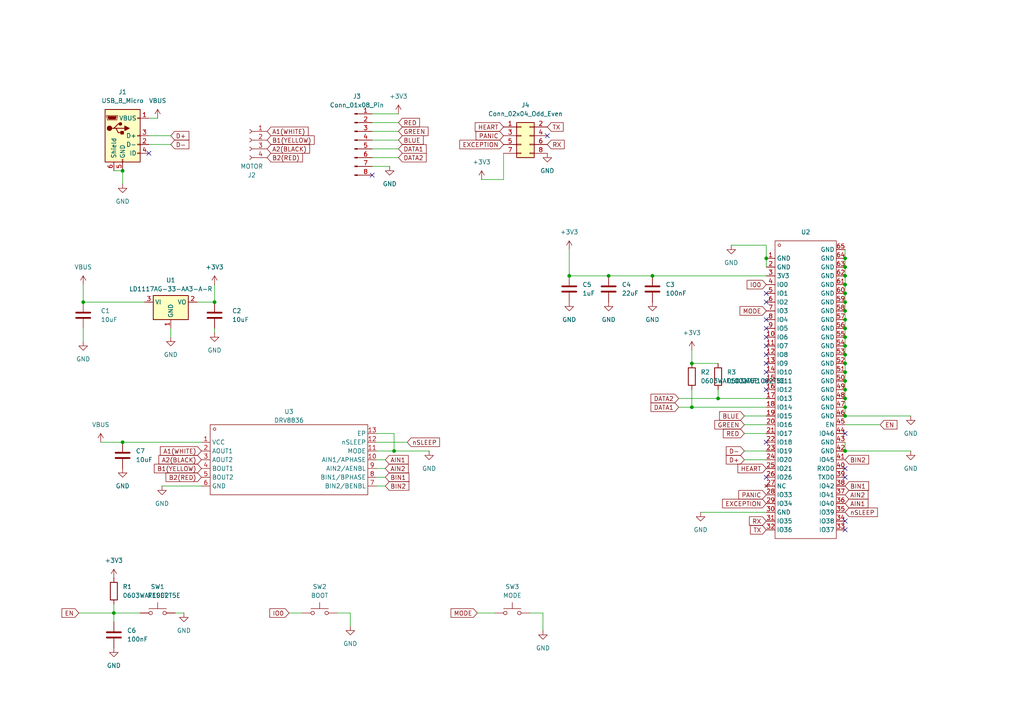
<source format=kicad_sch>
(kicad_sch (version 20250114) (generator "eeschema") (generator_version "9.0")
  (paper "A4")
  (lib_symbols
    (symbol "8836:DRV8836DSSR"
      (property "Reference" "U" (at 0 0 0))
      (symbol "DRV8836DSSR_1_0"
        (rectangle (start -22.86 -10.16) (end 22.86 10.16))
        (circle (center -21.59 8.89) (radius 0.381))
        (pin power_in line (at -25.4 5.08 0) (length 2.54) (name "VCC") (number "1"))
        (pin output line (at -25.4 2.54 0) (length 2.54) (name "AOUT1") (number "2"))
        (pin output line (at -25.4 0 0) (length 2.54) (name "AOUT2") (number "3"))
        (pin output line (at -25.4 -2.54 0) (length 2.54) (name "BOUT1") (number "4"))
        (pin output line (at -25.4 -5.08 0) (length 2.54) (name "BOUT2") (number "5"))
        (pin power_in line (at -25.4 -7.62 0) (length 2.54) (name "GND") (number "6"))
        (pin passive line (at 25.4 7.62 180) (length 2.54) (name "EP") (number "13"))
        (pin input line (at 25.4 5.08 180) (length 2.54) (name "nSLEEP") (number "12"))
        (pin input line (at 25.4 2.54 180) (length 2.54) (name "MODE") (number "11"))
        (pin input line (at 25.4 0 180) (length 2.54) (name "AIN1/APHASE") (number "10"))
        (pin input line (at 25.4 -2.54 180) (length 2.54) (name "AIN2/AENBL") (number "9"))
        (pin input line (at 25.4 -5.08 180) (length 2.54) (name "BIN1/BPHASE") (number "8"))
        (pin input line (at 25.4 -7.62 180) (length 2.54) (name "BIN2/BENBL") (number "7"))
      )
    )
    (symbol "Connector:Conn_01x04_Socket" (pin_names (offset 1.016) (hide yes))
      (property "Reference" "J" (at 0 5.08 0))
      (property "Value" "Conn_01x04_Socket" (at 0 -7.62 0))
      (symbol "Conn_01x04_Socket_1_1"
        (polyline (pts (xy -1.27 2.54) (xy -0.508 2.54)) (stroke (width 0.1524)))
        (polyline (pts (xy -1.27 0) (xy -0.508 0)) (stroke (width 0.1524)))
        (polyline (pts (xy -1.27 -2.54) (xy -0.508 -2.54)) (stroke (width 0.1524)))
        (polyline (pts (xy -1.27 -5.08) (xy -0.508 -5.08)) (stroke (width 0.1524)))
        (arc (start 0 2.032) (mid -0.5058 2.54) (end 0 3.048) (stroke (width 0.1524)))
        (arc (start 0 -0.508) (mid -0.5058 0) (end 0 0.508) (stroke (width 0.1524)))
        (arc (start 0 -3.048) (mid -0.5058 -2.54) (end 0 -2.032) (stroke (width 0.1524)))
        (arc (start 0 -5.588) (mid -0.5058 -5.08) (end 0 -4.572) (stroke (width 0.1524)))
        (pin passive line (at -5.08 2.54 0) (length 3.81) (name "Pin_1") (number "1"))
        (pin passive line (at -5.08 0 0) (length 3.81) (name "Pin_2") (number "2"))
        (pin passive line (at -5.08 -2.54 0) (length 3.81) (name "Pin_3") (number "3"))
        (pin passive line (at -5.08 -5.08 0) (length 3.81) (name "Pin_4") (number "4"))
      )
    )
    (symbol "Connector:Conn_01x08_Pin" (pin_names (offset 1.016) (hide yes))
      (property "Reference" "J" (at 0 10.16 0))
      (property "Value" "Conn_01x08_Pin" (at 0 -12.7 0))
      (symbol "Conn_01x08_Pin_1_1"
        (rectangle (start 0.8636 7.747) (end 0 7.493) (stroke (width 0.1524)) (fill (type outline)))
        (rectangle (start 0.8636 5.207) (end 0 4.953) (stroke (width 0.1524)) (fill (type outline)))
        (rectangle (start 0.8636 2.667) (end 0 2.413) (stroke (width 0.1524)) (fill (type outline)))
        (rectangle (start 0.8636 0.127) (end 0 -0.127) (stroke (width 0.1524)) (fill (type outline)))
        (rectangle (start 0.8636 -2.413) (end 0 -2.667) (stroke (width 0.1524)) (fill (type outline)))
        (rectangle (start 0.8636 -4.953) (end 0 -5.207) (stroke (width 0.1524)) (fill (type outline)))
        (rectangle (start 0.8636 -7.493) (end 0 -7.747) (stroke (width 0.1524)) (fill (type outline)))
        (rectangle (start 0.8636 -10.033) (end 0 -10.287) (stroke (width 0.1524)) (fill (type outline)))
        (polyline (pts (xy 1.27 7.62) (xy 0.8636 7.62)) (stroke (width 0.1524)))
        (polyline (pts (xy 1.27 5.08) (xy 0.8636 5.08)) (stroke (width 0.1524)))
        (polyline (pts (xy 1.27 2.54) (xy 0.8636 2.54)) (stroke (width 0.1524)))
        (polyline (pts (xy 1.27 0) (xy 0.8636 0)) (stroke (width 0.1524)))
        (polyline (pts (xy 1.27 -2.54) (xy 0.8636 -2.54)) (stroke (width 0.1524)))
        (polyline (pts (xy 1.27 -5.08) (xy 0.8636 -5.08)) (stroke (width 0.1524)))
        (polyline (pts (xy 1.27 -7.62) (xy 0.8636 -7.62)) (stroke (width 0.1524)))
        (polyline (pts (xy 1.27 -10.16) (xy 0.8636 -10.16)) (stroke (width 0.1524)))
        (pin passive line (at 5.08 7.62 180) (length 3.81) (name "Pin_1") (number "1"))
        (pin passive line (at 5.08 5.08 180) (length 3.81) (name "Pin_2") (number "2"))
        (pin passive line (at 5.08 2.54 180) (length 3.81) (name "Pin_3") (number "3"))
        (pin passive line (at 5.08 0 180) (length 3.81) (name "Pin_4") (number "4"))
        (pin passive line (at 5.08 -2.54 180) (length 3.81) (name "Pin_5") (number "5"))
        (pin passive line (at 5.08 -5.08 180) (length 3.81) (name "Pin_6") (number "6"))
        (pin passive line (at 5.08 -7.62 180) (length 3.81) (name "Pin_7") (number "7"))
        (pin passive line (at 5.08 -10.16 180) (length 3.81) (name "Pin_8") (number "8"))
      )
    )
    (symbol "Connector:USB_B_Micro" (pin_names (offset 1.016))
      (property "Reference" "J" (at -5.08 11.43 0))
      (property "Value" "USB_B_Micro" (at -5.08 8.89 0))
      (symbol "USB_B_Micro_0_1"
        (rectangle (start -5.08 -7.62) (end 5.08 7.62) (stroke (width 0.254)) (fill (type background)))
        (polyline (pts (xy -4.699 5.842) (xy -4.699 5.588) (xy -4.445 4.826) (xy -4.445 4.572) (xy -1.651 4.572) (xy -1.651 4.826) (xy -1.397 5.588) (xy -1.397 5.842) (xy -4.699 5.842)))
        (polyline (pts (xy -4.318 5.588) (xy -1.778 5.588) (xy -2.032 4.826) (xy -4.064 4.826) (xy -4.318 5.588)) (fill (type outline)))
        (circle (center -3.81 2.159) (radius 0.635) (stroke (width 0.254)) (fill (type outline)))
        (polyline (pts (xy -3.175 2.159) (xy -2.54 2.159) (xy -1.27 3.429) (xy -0.635 3.429)) (stroke (width 0.254)))
        (polyline (pts (xy -2.54 2.159) (xy -1.905 2.159) (xy -1.27 0.889) (xy 0 0.889)) (stroke (width 0.254)))
        (polyline (pts (xy -1.905 2.159) (xy 0.635 2.159)) (stroke (width 0.254)))
        (circle (center -0.635 3.429) (radius 0.381) (stroke (width 0.254)) (fill (type outline)))
        (rectangle (start -0.127 -7.62) (end 0.127 -6.858))
        (rectangle (start 0.254 1.27) (end -0.508 0.508) (stroke (width 0.254)) (fill (type outline)))
        (polyline (pts (xy 0.635 2.794) (xy 0.635 1.524) (xy 1.905 2.159) (xy 0.635 2.794)) (stroke (width 0.254)) (fill (type outline)))
        (rectangle (start 5.08 4.953) (end 4.318 5.207))
        (rectangle (start 5.08 -0.127) (end 4.318 0.127))
        (rectangle (start 5.08 -2.667) (end 4.318 -2.413))
        (rectangle (start 5.08 -5.207) (end 4.318 -4.953))
      )
      (symbol "USB_B_Micro_1_1"
        (pin passive line (at -2.54 -10.16 90) (length 2.54) (name "Shield") (number "6"))
        (pin power_out line (at 0 -10.16 90) (length 2.54) (name "GND") (number "5"))
        (pin power_out line (at 7.62 5.08 180) (length 2.54) (name "VBUS") (number "1"))
        (pin bidirectional line (at 7.62 0 180) (length 2.54) (name "D+") (number "3"))
        (pin bidirectional line (at 7.62 -2.54 180) (length 2.54) (name "D-") (number "2"))
        (pin passive line (at 7.62 -5.08 180) (length 2.54) (name "ID") (number "4"))
      )
    )
    (symbol "Connector_Generic:Conn_02x04_Odd_Even" (pin_names (offset 1.016) (hide yes))
      (property "Reference" "J" (at 1.27 5.08 0))
      (property "Value" "Conn_02x04_Odd_Even" (at 1.27 -7.62 0))
      (symbol "Conn_02x04_Odd_Even_1_1"
        (rectangle (start -1.27 3.81) (end 3.81 -6.35) (stroke (width 0.254)) (fill (type background)))
        (rectangle (start -1.27 2.667) (end 0 2.413) (stroke (width 0.1524)))
        (rectangle (start -1.27 0.127) (end 0 -0.127) (stroke (width 0.1524)))
        (rectangle (start -1.27 -2.413) (end 0 -2.667) (stroke (width 0.1524)))
        (rectangle (start -1.27 -4.953) (end 0 -5.207) (stroke (width 0.1524)))
        (rectangle (start 3.81 2.667) (end 2.54 2.413) (stroke (width 0.1524)))
        (rectangle (start 3.81 0.127) (end 2.54 -0.127) (stroke (width 0.1524)))
        (rectangle (start 3.81 -2.413) (end 2.54 -2.667) (stroke (width 0.1524)))
        (rectangle (start 3.81 -4.953) (end 2.54 -5.207) (stroke (width 0.1524)))
        (pin passive line (at -5.08 2.54 0) (length 3.81) (name "Pin_1") (number "1"))
        (pin passive line (at -5.08 0 0) (length 3.81) (name "Pin_3") (number "3"))
        (pin passive line (at -5.08 -2.54 0) (length 3.81) (name "Pin_5") (number "5"))
        (pin passive line (at -5.08 -5.08 0) (length 3.81) (name "Pin_7") (number "7"))
        (pin passive line (at 7.62 2.54 180) (length 3.81) (name "Pin_2") (number "2"))
        (pin passive line (at 7.62 0 180) (length 3.81) (name "Pin_4") (number "4"))
        (pin passive line (at 7.62 -2.54 180) (length 3.81) (name "Pin_6") (number "6"))
        (pin passive line (at 7.62 -5.08 180) (length 3.81) (name "Pin_8") (number "8"))
      )
    )
    (symbol "Device:C" (pin_numbers (hide yes)) (pin_names (offset 0.254))
      (property "Reference" "C" (at 0.635 2.54 0))
      (property "Value" "C" (at 0.635 -2.54 0))
      (symbol "C_0_1"
        (polyline (pts (xy -2.032 0.762) (xy 2.032 0.762)) (stroke (width 0.508)))
        (polyline (pts (xy -2.032 -0.762) (xy 2.032 -0.762)) (stroke (width 0.508)))
      )
      (symbol "C_1_1"
        (pin passive line (at 0 3.81 270) (length 2.794) (name "~") (number "1"))
        (pin passive line (at 0 -3.81 90) (length 2.794) (name "~") (number "2"))
      )
    )
    (symbol "Device:R" (pin_numbers (hide yes)) (pin_names (offset 0))
      (property "Reference" "R" (at 2.032 0 90))
      (property "Value" "R" (at 0 0 90))
      (symbol "R_0_1"
        (rectangle (start -1.016 -2.54) (end 1.016 2.54) (stroke (width 0.254)))
      )
      (symbol "R_1_1"
        (pin passive line (at 0 3.81 270) (length 1.27) (name "~") (number "1"))
        (pin passive line (at 0 -3.81 90) (length 1.27) (name "~") (number "2"))
      )
    )
    (symbol "ESP32-S2-MINI-2:ESP32-S2-MINI-2-N4R2"
      (property "Reference" "U" (at 0 0 0))
      (symbol "ESP32-S2-MINI-2-N4R2_1_0"
        (rectangle (start -10.16 -43.18) (end 7.62 43.18))
        (circle (center -8.89 41.91) (radius 0.381))
        (pin power_in line (at -12.7 38.1 0) (length 2.54) (name "GND") (number "1"))
        (pin power_in line (at -12.7 35.56 0) (length 2.54) (name "GND") (number "2"))
        (pin power_in line (at -12.7 33.02 0) (length 2.54) (name "3V3") (number "3"))
        (pin bidirectional line (at -12.7 30.48 0) (length 2.54) (name "IO0") (number "4"))
        (pin bidirectional line (at -12.7 27.94 0) (length 2.54) (name "IO1") (number "5"))
        (pin bidirectional line (at -12.7 25.4 0) (length 2.54) (name "IO2") (number "6"))
        (pin bidirectional line (at -12.7 22.86 0) (length 2.54) (name "IO3") (number "7"))
        (pin bidirectional line (at -12.7 20.32 0) (length 2.54) (name "IO4") (number "8"))
        (pin bidirectional line (at -12.7 17.78 0) (length 2.54) (name "IO5") (number "9"))
        (pin bidirectional line (at -12.7 15.24 0) (length 2.54) (name "IO6") (number "10"))
        (pin bidirectional line (at -12.7 12.7 0) (length 2.54) (name "IO7") (number "11"))
        (pin bidirectional line (at -12.7 10.16 0) (length 2.54) (name "IO8") (number "12"))
        (pin bidirectional line (at -12.7 7.62 0) (length 2.54) (name "IO9") (number "13"))
        (pin bidirectional line (at -12.7 5.08 0) (length 2.54) (name "IO10") (number "14"))
        (pin bidirectional line (at -12.7 2.54 0) (length 2.54) (name "IO11") (number "15"))
        (pin bidirectional line (at -12.7 0 0) (length 2.54) (name "IO12") (number "16"))
        (pin bidirectional line (at -12.7 -2.54 0) (length 2.54) (name "IO13") (number "17"))
        (pin bidirectional line (at -12.7 -5.08 0) (length 2.54) (name "IO14") (number "18"))
        (pin bidirectional line (at -12.7 -7.62 0) (length 2.54) (name "IO15") (number "19"))
        (pin bidirectional line (at -12.7 -10.16 0) (length 2.54) (name "IO16") (number "20"))
        (pin bidirectional line (at -12.7 -12.7 0) (length 2.54) (name "IO17") (number "21"))
        (pin bidirectional line (at -12.7 -15.24 0) (length 2.54) (name "IO18") (number "22"))
        (pin bidirectional line (at -12.7 -17.78 0) (length 2.54) (name "IO19") (number "23"))
        (pin bidirectional line (at -12.7 -20.32 0) (length 2.54) (name "IO20") (number "24"))
        (pin bidirectional line (at -12.7 -22.86 0) (length 2.54) (name "IO21") (number "25"))
        (pin bidirectional line (at -12.7 -25.4 0) (length 2.54) (name "IO26") (number "26"))
        (pin no_connect line (at -12.7 -27.94 0) (length 2.54) (name "NC") (number "27"))
        (pin bidirectional line (at -12.7 -30.48 0) (length 2.54) (name "IO33") (number "28"))
        (pin bidirectional line (at -12.7 -33.02 0) (length 2.54) (name "IO34") (number "29"))
        (pin power_in line (at -12.7 -35.56 0) (length 2.54) (name "GND") (number "30"))
        (pin bidirectional line (at -12.7 -38.1 0) (length 2.54) (name "IO35") (number "31"))
        (pin bidirectional line (at -12.7 -40.64 0) (length 2.54) (name "IO36") (number "32"))
        (pin power_in line (at 10.16 40.64 180) (length 2.54) (name "GND") (number "65"))
        (pin power_in line (at 10.16 38.1 180) (length 2.54) (name "GND") (number "64"))
        (pin power_in line (at 10.16 35.56 180) (length 2.54) (name "GND") (number "63"))
        (pin power_in line (at 10.16 33.02 180) (length 2.54) (name "GND") (number "62"))
        (pin power_in line (at 10.16 30.48 180) (length 2.54) (name "GND") (number "61"))
        (pin power_in line (at 10.16 27.94 180) (length 2.54) (name "GND") (number "60"))
        (pin power_in line (at 10.16 25.4 180) (length 2.54) (name "GND") (number "59"))
        (pin power_in line (at 10.16 22.86 180) (length 2.54) (name "GND") (number "58"))
        (pin power_in line (at 10.16 20.32 180) (length 2.54) (name "GND") (number "57"))
        (pin power_in line (at 10.16 17.78 180) (length 2.54) (name "GND") (number "56"))
        (pin power_in line (at 10.16 15.24 180) (length 2.54) (name "GND") (number "55"))
        (pin power_in line (at 10.16 12.7 180) (length 2.54) (name "GND") (number "54"))
        (pin power_in line (at 10.16 10.16 180) (length 2.54) (name "GND") (number "53"))
        (pin power_in line (at 10.16 7.62 180) (length 2.54) (name "GND") (number "52"))
        (pin power_in line (at 10.16 5.08 180) (length 2.54) (name "GND") (number "51"))
        (pin power_in line (at 10.16 2.54 180) (length 2.54) (name "GND") (number "50"))
        (pin power_in line (at 10.16 0 180) (length 2.54) (name "GND") (number "49"))
        (pin power_in line (at 10.16 -2.54 180) (length 2.54) (name "GND") (number "48"))
        (pin power_in line (at 10.16 -5.08 180) (length 2.54) (name "GND") (number "47"))
        (pin power_in line (at 10.16 -7.62 180) (length 2.54) (name "GND") (number "46"))
        (pin input line (at 10.16 -10.16 180) (length 2.54) (name "EN") (number "45"))
        (pin bidirectional line (at 10.16 -12.7 180) (length 2.54) (name "IO46") (number "44"))
        (pin power_in line (at 10.16 -15.24 180) (length 2.54) (name "GND") (number "43"))
        (pin power_in line (at 10.16 -17.78 180) (length 2.54) (name "GND") (number "42"))
        (pin bidirectional line (at 10.16 -20.32 180) (length 2.54) (name "IO45") (number "41"))
        (pin input line (at 10.16 -22.86 180) (length 2.54) (name "RXD0") (number "40"))
        (pin output line (at 10.16 -25.4 180) (length 2.54) (name "TXD0") (number "39"))
        (pin bidirectional line (at 10.16 -27.94 180) (length 2.54) (name "IO42") (number "38"))
        (pin bidirectional line (at 10.16 -30.48 180) (length 2.54) (name "IO41") (number "37"))
        (pin bidirectional line (at 10.16 -33.02 180) (length 2.54) (name "IO40") (number "36"))
        (pin bidirectional line (at 10.16 -35.56 180) (length 2.54) (name "IO39") (number "35"))
        (pin bidirectional line (at 10.16 -38.1 180) (length 2.54) (name "IO38") (number "34"))
        (pin bidirectional line (at 10.16 -40.64 180) (length 2.54) (name "IO37") (number "33"))
      )
    )
    (symbol "Regulator_Linear:LD1117S33TR_SOT223"
      (property "Reference" "U" (at -3.81 3.175 0))
      (property "Value" "LD1117S33TR_SOT223" (at 0 3.175 0))
      (symbol "LD1117S33TR_SOT223_0_1"
        (rectangle (start -5.08 -5.08) (end 5.08 1.905) (stroke (width 0.254)) (fill (type background)))
      )
      (symbol "LD1117S33TR_SOT223_1_1"
        (pin power_in line (at -7.62 0 0) (length 2.54) (name "VI") (number "3"))
        (pin power_in line (at 0 -7.62 90) (length 2.54) (name "GND") (number "1"))
        (pin power_out line (at 7.62 0 180) (length 2.54) (name "VO") (number "2"))
      )
    )
    (symbol "Switch:SW_Push" (pin_numbers (hide yes)) (pin_names (offset 1.016) (hide yes))
      (property "Reference" "SW" (at 1.27 2.54 0))
      (property "Value" "SW_Push" (at 0 -1.524 0))
      (symbol "SW_Push_0_1"
        (circle (center -2.032 0) (radius 0.508))
        (polyline (pts (xy 0 1.27) (xy 0 3.048)))
        (circle (center 2.032 0) (radius 0.508))
        (polyline (pts (xy 2.54 1.27) (xy -2.54 1.27)))
        (pin passive line (at -5.08 0 0) (length 2.54) (name "1") (number "1"))
        (pin passive line (at 5.08 0 180) (length 2.54) (name "2") (number "2"))
      )
    )
    (symbol "power:+3V3" (power) (pin_numbers (hide yes)) (pin_names (offset 0) (hide yes))
      (property "Value" "+3V3" (at 0 3.556 0))
      (symbol "+3V3_0_1"
        (polyline (pts (xy -0.762 1.27) (xy 0 2.54)))
        (polyline (pts (xy 0 2.54) (xy 0.762 1.27)))
        (polyline (pts (xy 0 0) (xy 0 2.54)))
      )
      (symbol "+3V3_1_1"
        (pin power_in line (at 0 0 90) (length 0) (name "~") (number "1"))
      )
    )
    (symbol "power:GND" (power) (pin_numbers (hide yes)) (pin_names (offset 0) (hide yes))
      (property "Value" "GND" (at 0 -3.81 0))
      (symbol "GND_0_1"
        (polyline (pts (xy 0 0) (xy 0 -1.27) (xy 1.27 -1.27) (xy 0 -2.54) (xy -1.27 -1.27) (xy 0 -1.27)))
      )
      (symbol "GND_1_1"
        (pin power_in line (at 0 0 270) (length 0) (name "~") (number "1"))
      )
    )
    (symbol "power:VBUS" (power) (pin_numbers (hide yes)) (pin_names (offset 0) (hide yes))
      (property "Value" "VBUS" (at 0 3.556 0))
      (symbol "VBUS_0_1"
        (polyline (pts (xy -0.762 1.27) (xy 0 2.54)))
        (polyline (pts (xy 0 2.54) (xy 0.762 1.27)))
        (polyline (pts (xy 0 0) (xy 0 2.54)))
      )
      (symbol "VBUS_1_1"
        (pin power_in line (at 0 0 90) (length 0) (name "~") (number "1"))
      )
    )
  )
  (junction (at 245.11 118.11))
  (junction (at 176.53 80.01))
  (junction (at 245.11 120.65))
  (junction (at 245.11 95.25))
  (junction (at 114.3 130.81))
  (junction (at 245.11 90.17))
  (junction (at 245.11 102.87))
  (junction (at 35.56 49.53))
  (junction (at 245.11 77.47))
  (junction (at 245.11 85.09))
  (junction (at 165.1 80.01))
  (junction (at 33.02 177.8))
  (junction (at 245.11 130.81))
  (junction (at 208.28 115.57))
  (junction (at 189.23 80.01))
  (junction (at 24.13 87.63))
  (junction (at 245.11 92.71))
  (junction (at 62.23 87.63))
  (junction (at 245.11 97.79))
  (junction (at 245.11 74.93))
  (junction (at 200.66 118.11))
  (junction (at 200.66 105.41))
  (junction (at 35.56 128.27))
  (junction (at 245.11 105.41))
  (junction (at 222.25 74.93))
  (junction (at 245.11 113.03))
  (junction (at 245.11 100.33))
  (junction (at 245.11 110.49))
  (junction (at 245.11 80.01))
  (junction (at 245.11 107.95))
  (junction (at 245.11 87.63))
  (junction (at 245.11 115.57))
  (junction (at 245.11 82.55))
  (no_connect (at 222.25 138.43))
  (no_connect (at 222.25 107.95))
  (no_connect (at 222.25 85.09))
  (no_connect (at 222.25 105.41))
  (no_connect (at 245.11 135.89))
  (no_connect (at 222.25 87.63))
  (no_connect (at 43.18 44.45))
  (no_connect (at 222.25 100.33))
  (no_connect (at 222.25 92.71))
  (no_connect (at 222.25 128.27))
  (no_connect (at 222.25 102.87))
  (no_connect (at 245.11 153.67))
  (no_connect (at 158.75 39.37))
  (no_connect (at 245.11 125.73))
  (no_connect (at 222.25 110.49))
  (no_connect (at 222.25 113.03))
  (no_connect (at 245.11 138.43))
  (no_connect (at 222.25 97.79))
  (no_connect (at 107.95 50.8))
  (no_connect (at 245.11 151.13))
  (no_connect (at 222.25 95.25))
  (wire (pts (xy 107.95 48.26) (xy 113.03 48.26)))
  (wire (pts (xy 157.48 177.8) (xy 157.48 182.88)))
  (wire (pts (xy 245.11 120.65) (xy 264.16 120.65)))
  (wire (pts (xy 29.21 128.27) (xy 35.56 128.27)))
  (wire (pts (xy 107.95 45.72) (xy 115.57 45.72)))
  (wire (pts (xy 189.23 80.01) (xy 176.53 80.01)))
  (wire (pts (xy 245.11 115.57) (xy 245.11 118.11)))
  (wire (pts (xy 208.28 105.41) (xy 200.66 105.41)))
  (wire (pts (xy 245.11 110.49) (xy 245.11 113.03)))
  (wire (pts (xy 109.22 140.97) (xy 111.76 140.97)))
  (wire (pts (xy 57.15 87.63) (xy 62.23 87.63)))
  (wire (pts (xy 146.05 52.07) (xy 139.7 52.07)))
  (wire (pts (xy 208.28 115.57) (xy 222.25 115.57)))
  (wire (pts (xy 222.25 74.93) (xy 222.25 77.47)))
  (wire (pts (xy 245.11 102.87) (xy 245.11 105.41)))
  (wire (pts (xy 33.02 177.8) (xy 33.02 180.34)))
  (wire (pts (xy 245.11 123.19) (xy 255.27 123.19)))
  (wire (pts (xy 245.11 105.41) (xy 245.11 107.95)))
  (wire (pts (xy 109.22 138.43) (xy 111.76 138.43)))
  (wire (pts (xy 49.53 95.25) (xy 49.53 97.79)))
  (wire (pts (xy 62.23 87.63) (xy 62.23 82.55)))
  (wire (pts (xy 46.99 140.97) (xy 58.42 140.97)))
  (wire (pts (xy 245.11 72.39) (xy 245.11 74.93)))
  (wire (pts (xy 245.11 128.27) (xy 245.11 130.81)))
  (wire (pts (xy 109.22 135.89) (xy 111.76 135.89)))
  (wire (pts (xy 109.22 130.81) (xy 114.3 130.81)))
  (wire (pts (xy 245.11 85.09) (xy 245.11 87.63)))
  (wire (pts (xy 176.53 80.01) (xy 165.1 80.01)))
  (wire (pts (xy 200.66 105.41) (xy 200.66 101.6)))
  (wire (pts (xy 33.02 49.53) (xy 35.56 49.53)))
  (wire (pts (xy 245.11 90.17) (xy 245.11 92.71)))
  (wire (pts (xy 101.6 177.8) (xy 97.79 177.8)))
  (wire (pts (xy 43.18 39.37) (xy 49.53 39.37)))
  (wire (pts (xy 245.11 130.81) (xy 264.16 130.81)))
  (wire (pts (xy 107.95 35.56) (xy 115.57 35.56)))
  (wire (pts (xy 107.95 40.64) (xy 115.57 40.64)))
  (wire (pts (xy 101.6 181.61) (xy 101.6 177.8)))
  (wire (pts (xy 114.3 130.81) (xy 114.3 125.73)))
  (wire (pts (xy 196.85 118.11) (xy 200.66 118.11)))
  (wire (pts (xy 245.11 97.79) (xy 245.11 100.33)))
  (wire (pts (xy 24.13 87.63) (xy 41.91 87.63)))
  (wire (pts (xy 196.85 115.57) (xy 208.28 115.57)))
  (wire (pts (xy 222.25 71.12) (xy 212.09 71.12)))
  (wire (pts (xy 215.9 133.35) (xy 222.25 133.35)))
  (wire (pts (xy 107.95 38.1) (xy 115.57 38.1)))
  (wire (pts (xy 107.95 33.02) (xy 115.57 33.02)))
  (wire (pts (xy 245.11 74.93) (xy 245.11 77.47)))
  (wire (pts (xy 245.11 77.47) (xy 245.11 80.01)))
  (wire (pts (xy 33.02 177.8) (xy 40.64 177.8)))
  (wire (pts (xy 215.9 120.65) (xy 222.25 120.65)))
  (wire (pts (xy 200.66 118.11) (xy 222.25 118.11)))
  (wire (pts (xy 215.9 125.73) (xy 222.25 125.73)))
  (wire (pts (xy 245.11 92.71) (xy 245.11 95.25)))
  (wire (pts (xy 245.11 80.01) (xy 245.11 82.55)))
  (wire (pts (xy 245.11 100.33) (xy 245.11 102.87)))
  (wire (pts (xy 114.3 130.81) (xy 124.46 130.81)))
  (wire (pts (xy 50.8 177.8) (xy 53.34 177.8)))
  (wire (pts (xy 146.05 44.45) (xy 146.05 52.07)))
  (wire (pts (xy 24.13 82.55) (xy 24.13 87.63)))
  (wire (pts (xy 43.18 34.29) (xy 45.72 34.29)))
  (wire (pts (xy 245.11 107.95) (xy 245.11 110.49)))
  (wire (pts (xy 35.56 128.27) (xy 58.42 128.27)))
  (wire (pts (xy 62.23 95.25) (xy 62.23 96.52)))
  (wire (pts (xy 189.23 80.01) (xy 222.25 80.01)))
  (wire (pts (xy 165.1 80.01) (xy 165.1 72.39)))
  (wire (pts (xy 114.3 125.73) (xy 109.22 125.73)))
  (wire (pts (xy 43.18 41.91) (xy 49.53 41.91)))
  (wire (pts (xy 109.22 128.27) (xy 118.11 128.27)))
  (wire (pts (xy 245.11 118.11) (xy 245.11 120.65)))
  (wire (pts (xy 109.22 133.35) (xy 111.76 133.35)))
  (wire (pts (xy 245.11 113.03) (xy 245.11 115.57)))
  (wire (pts (xy 203.2 148.59) (xy 222.25 148.59)))
  (wire (pts (xy 222.25 74.93) (xy 222.25 71.12)))
  (wire (pts (xy 215.9 130.81) (xy 222.25 130.81)))
  (wire (pts (xy 107.95 43.18) (xy 115.57 43.18)))
  (wire (pts (xy 245.11 87.63) (xy 245.11 90.17)))
  (wire (pts (xy 83.82 177.8) (xy 87.63 177.8)))
  (wire (pts (xy 35.56 49.53) (xy 35.56 53.34)))
  (wire (pts (xy 138.43 177.8) (xy 143.51 177.8)))
  (wire (pts (xy 200.66 113.03) (xy 200.66 118.11)))
  (wire (pts (xy 208.28 113.03) (xy 208.28 115.57)))
  (wire (pts (xy 33.02 175.26) (xy 33.02 177.8)))
  (wire (pts (xy 22.86 177.8) (xy 33.02 177.8)))
  (wire (pts (xy 24.13 95.25) (xy 24.13 99.06)))
  (wire (pts (xy 153.67 177.8) (xy 157.48 177.8)))
  (wire (pts (xy 215.9 123.19) (xy 222.25 123.19)))
  (wire (pts (xy 245.11 95.25) (xy 245.11 97.79)))
  (wire (pts (xy 245.11 82.55) (xy 245.11 85.09)))
  (global_label "D+" (shape input) (at 215.9 133.35 180) (property "Intersheetrefs" "${INTERSHEET_REFS}" (effects (hide yes))))
  (global_label "RED" (shape input) (at 215.9 125.73 180) (property "Intersheetrefs" "${INTERSHEET_REFS}" (effects (hide yes))))
  (global_label "B1(YELLOW)" (shape input) (at 77.47 40.64 0) (property "Intersheetrefs" "${INTERSHEET_REFS}" (effects (hide yes))))
  (global_label "BIN2" (shape input) (at 245.11 133.35 0) (property "Intersheetrefs" "${INTERSHEET_REFS}" (effects (hide yes))))
  (global_label "B1(YELLOW)" (shape input) (at 58.42 135.89 180) (property "Intersheetrefs" "${INTERSHEET_REFS}" (effects (hide yes))))
  (global_label "EN" (shape input) (at 255.27 123.19 0) (property "Intersheetrefs" "${INTERSHEET_REFS}" (effects (hide yes))))
  (global_label "DATA1" (shape input) (at 196.85 118.11 180) (property "Intersheetrefs" "${INTERSHEET_REFS}" (effects (hide yes))))
  (global_label "A2(BLACK)" (shape input) (at 58.42 133.35 180) (property "Intersheetrefs" "${INTERSHEET_REFS}" (effects (hide yes))))
  (global_label "DATA2" (shape input) (at 115.57 45.72 0) (property "Intersheetrefs" "${INTERSHEET_REFS}" (effects (hide yes))))
  (global_label "RX" (shape input) (at 222.25 151.13 180) (property "Intersheetrefs" "${INTERSHEET_REFS}" (effects (hide yes))))
  (global_label "HEART" (shape input) (at 146.05 36.83 180) (property "Intersheetrefs" "${INTERSHEET_REFS}" (effects (hide yes))))
  (global_label "EN" (shape input) (at 22.86 177.8 180) (property "Intersheetrefs" "${INTERSHEET_REFS}" (effects (hide yes))))
  (global_label "DATA2" (shape input) (at 196.85 115.57 180) (property "Intersheetrefs" "${INTERSHEET_REFS}" (effects (hide yes))))
  (global_label "nSLEEP" (shape input) (at 118.11 128.27 0) (property "Intersheetrefs" "${INTERSHEET_REFS}" (effects (hide yes))))
  (global_label "RED" (shape input) (at 115.57 35.56 0) (property "Intersheetrefs" "${INTERSHEET_REFS}" (effects (hide yes))))
  (global_label "nSLEEP" (shape input) (at 245.11 148.59 0) (property "Intersheetrefs" "${INTERSHEET_REFS}" (effects (hide yes))))
  (global_label "MODE" (shape input) (at 222.25 90.17 180) (property "Intersheetrefs" "${INTERSHEET_REFS}" (effects (hide yes))))
  (global_label "A2(BLACK)" (shape input) (at 77.47 43.18 0) (property "Intersheetrefs" "${INTERSHEET_REFS}" (effects (hide yes))))
  (global_label "RX" (shape input) (at 158.75 41.91 0) (property "Intersheetrefs" "${INTERSHEET_REFS}" (effects (hide yes))))
  (global_label "D-" (shape input) (at 49.53 41.91 0) (property "Intersheetrefs" "${INTERSHEET_REFS}" (effects (hide yes))))
  (global_label "GREEN" (shape input) (at 215.9 123.19 180) (property "Intersheetrefs" "${INTERSHEET_REFS}" (effects (hide yes))))
  (global_label "DATA1" (shape input) (at 115.57 43.18 0) (property "Intersheetrefs" "${INTERSHEET_REFS}" (effects (hide yes))))
  (global_label "TX" (shape input) (at 222.25 153.67 180) (property "Intersheetrefs" "${INTERSHEET_REFS}" (effects (hide yes))))
  (global_label "B2(RED)" (shape input) (at 58.42 138.43 180) (property "Intersheetrefs" "${INTERSHEET_REFS}" (effects (hide yes))))
  (global_label "GREEN" (shape input) (at 115.57 38.1 0) (property "Intersheetrefs" "${INTERSHEET_REFS}" (effects (hide yes))))
  (global_label "TX" (shape input) (at 158.75 36.83 0) (property "Intersheetrefs" "${INTERSHEET_REFS}" (effects (hide yes))))
  (global_label "D-" (shape input) (at 215.9 130.81 180) (property "Intersheetrefs" "${INTERSHEET_REFS}" (effects (hide yes))))
  (global_label "BIN1" (shape input) (at 111.76 138.43 0) (property "Intersheetrefs" "${INTERSHEET_REFS}" (effects (hide yes))))
  (global_label "BLUE" (shape input) (at 215.9 120.65 180) (property "Intersheetrefs" "${INTERSHEET_REFS}" (effects (hide yes))))
  (global_label "HEART" (shape input) (at 222.25 135.89 180) (property "Intersheetrefs" "${INTERSHEET_REFS}" (effects (hide yes))))
  (global_label "BLUE" (shape input) (at 115.57 40.64 0) (property "Intersheetrefs" "${INTERSHEET_REFS}" (effects (hide yes))))
  (global_label "EXCEPTION" (shape input) (at 146.05 41.91 180) (property "Intersheetrefs" "${INTERSHEET_REFS}" (effects (hide yes))))
  (global_label "AIN2" (shape input) (at 245.11 143.51 0) (property "Intersheetrefs" "${INTERSHEET_REFS}" (effects (hide yes))))
  (global_label "EXCEPTION" (shape input) (at 222.25 146.05 180) (property "Intersheetrefs" "${INTERSHEET_REFS}" (effects (hide yes))))
  (global_label "D+" (shape input) (at 49.53 39.37 0) (property "Intersheetrefs" "${INTERSHEET_REFS}" (effects (hide yes))))
  (global_label "BIN1" (shape input) (at 245.11 140.97 0) (property "Intersheetrefs" "${INTERSHEET_REFS}" (effects (hide yes))))
  (global_label "IO0" (shape input) (at 83.82 177.8 180) (property "Intersheetrefs" "${INTERSHEET_REFS}" (effects (hide yes))))
  (global_label "AIN2" (shape input) (at 111.76 135.89 0) (property "Intersheetrefs" "${INTERSHEET_REFS}" (effects (hide yes))))
  (global_label "A1(WHITE)" (shape input) (at 58.42 130.81 180) (property "Intersheetrefs" "${INTERSHEET_REFS}" (effects (hide yes))))
  (global_label "BIN2" (shape input) (at 111.76 140.97 0) (property "Intersheetrefs" "${INTERSHEET_REFS}" (effects (hide yes))))
  (global_label "A1(WHITE)" (shape input) (at 77.47 38.1 0) (property "Intersheetrefs" "${INTERSHEET_REFS}" (effects (hide yes))))
  (global_label "PANIC" (shape input) (at 146.05 39.37 180) (property "Intersheetrefs" "${INTERSHEET_REFS}" (effects (hide yes))))
  (global_label "AIN1" (shape input) (at 111.76 133.35 0) (property "Intersheetrefs" "${INTERSHEET_REFS}" (effects (hide yes))))
  (global_label "IO0" (shape input) (at 222.25 82.55 180) (property "Intersheetrefs" "${INTERSHEET_REFS}" (effects (hide yes))))
  (global_label "MODE" (shape input) (at 138.43 177.8 180) (property "Intersheetrefs" "${INTERSHEET_REFS}" (effects (hide yes))))
  (global_label "AIN1" (shape input) (at 245.11 146.05 0) (property "Intersheetrefs" "${INTERSHEET_REFS}" (effects (hide yes))))
  (global_label "PANIC" (shape input) (at 222.25 143.51 180) (property "Intersheetrefs" "${INTERSHEET_REFS}" (effects (hide yes))))
  (global_label "B2(RED)" (shape input) (at 77.47 45.72 0) (property "Intersheetrefs" "${INTERSHEET_REFS}" (effects (hide yes))))
  (symbol (lib_id "power:+3V3") (at 165.1 72.39 0) (unit 1)
    (property "Reference" "#PWR012" (effects (hide yes)))
    (property "Value" "+3V3" (at 165.1 67.31 0))
    (property "Description" "Power symbol creates a global label with name \"+3V3\"" (effects (hide yes)))
  )
  (symbol (lib_id "Switch:SW_Push") (at 45.72 177.8 0) (unit 1)
    (property "Reference" "SW1" (at 45.72 170.18 0))
    (property "Value" "RESET" (at 45.72 172.72 0))
    (property "Footprint" "Button_Switch_SMD:SW_Push_SPST_NO_Alps_SKRK" (effects (hide yes)))
    (property "Description" "Push button switch, generic, two pins" (effects (hide yes)))
  )
  (symbol (lib_id "Device:R") (at 200.66 109.22 0) (unit 1)
    (property "Reference" "R2" (at 203.2 107.9499 0) (effects (justify left)))
    (property "Value" "0603WAF1002T5E" (at 203.2 110.4899 0) (effects (justify left)))
    (property "Footprint" "Resistor_SMD:R_0603_1608Metric" (effects (hide yes)))
    (property "Description" "Resistor" (effects (hide yes)))
  )
  (symbol (lib_id "power:+3V3") (at 139.7 52.07 0) (unit 1)
    (property "Reference" "#PWR02" (effects (hide yes)))
    (property "Value" "+3V3" (at 139.7 46.99 0))
    (property "Description" "Power symbol creates a global label with name \"+3V3\"" (effects (hide yes)))
  )
  (symbol (lib_id "Device:C") (at 35.56 132.08 0) (unit 1)
    (property "Reference" "C7" (at 39.37 130.8099 0) (effects (justify left)))
    (property "Value" "10uF" (at 39.37 133.3499 0) (effects (justify left)))
    (property "Footprint" "Capacitor_SMD:C_0603_1608Metric" (effects (hide yes)))
  )
  (symbol (lib_id "Regulator_Linear:LD1117S33TR_SOT223") (at 49.53 87.63 0) (unit 1)
    (property "Reference" "U1" (at 49.53 81.28 0))
    (property "Value" "LD1117AG-33-AA3-A-R" (at 49.53 83.82 0))
    (property "Footprint" "Package_TO_SOT_SMD:SOT-223-3_TabPin2" (effects (hide yes)))
    (property "Datasheet" "http://www.st.com/st-web-ui/static/active/en/resource/technical/document/datasheet/CD00000544.pdf" (effects (hide yes)))
    (property "Description" "800mA Fixed Low Drop Positive Voltage Regulator, Fixed Output 3.3V, SOT-223" (effects (hide yes)))
  )
  (symbol (lib_id "power:+3V3") (at 200.66 101.6 0) (unit 1)
    (property "Reference" "#PWR015" (effects (hide yes)))
    (property "Value" "+3V3" (at 200.66 96.52 0))
    (property "Description" "Power symbol creates a global label with name \"+3V3\"" (effects (hide yes)))
  )
  (symbol (lib_id "power:GND") (at 212.09 71.12 0) (unit 1)
    (property "Reference" "#PWR027" (effects (hide yes)))
    (property "Value" "GND" (at 212.09 76.2 0))
    (property "Description" "Power symbol creates a global label with name \"GND\" , ground" (effects (hide yes)))
  )
  (symbol (lib_id "Device:C") (at 176.53 83.82 0) (unit 1)
    (property "Reference" "C4" (at 180.34 82.5499 0) (effects (justify left)))
    (property "Value" "22uF" (at 180.34 85.0899 0) (effects (justify left)))
    (property "Footprint" "Capacitor_SMD:C_0603_1608Metric" (effects (hide yes)))
  )
  (symbol (lib_id "8836:DRV8836DSSR") (at 83.82 133.35 0) (unit 1)
    (property "Reference" "U3" (at 83.82 119.38 0))
    (property "Value" "DRV8836" (at 83.82 121.92 0))
    (property "Footprint" "8836:DRV8836" (effects (hide yes)))
    (property "Datasheet" "https://www.ti.com/cn/lit/gpn/drv8836" (effects (hide yes)))
    (property "Manufacturer Part" "DRV8836DSSR" (effects (hide yes)))
    (property "Manufacturer" "TI(德州仪器)" (effects (hide yes)))
    (property "Supplier Part" "C191002" (effects (hide yes)))
    (property "Supplier" "LCSC" (effects (hide yes)))
    (property "LCSC Part Name" "1.5A 有刷直流电机驱动芯片 7V" (effects (hide yes)))
  )
  (symbol (lib_id "power:GND") (at 203.2 148.59 0) (unit 1)
    (property "Reference" "#PWR026" (effects (hide yes)))
    (property "Value" "GND" (at 203.2 153.67 0))
    (property "Description" "Power symbol creates a global label with name \"GND\" , ground" (effects (hide yes)))
  )
  (symbol (lib_id "power:GND") (at 176.53 87.63 0) (unit 1)
    (property "Reference" "#PWR013" (effects (hide yes)))
    (property "Value" "GND" (at 176.53 92.71 0))
    (property "Description" "Power symbol creates a global label with name \"GND\" , ground" (effects (hide yes)))
  )
  (symbol (lib_id "power:GND") (at 165.1 87.63 0) (unit 1)
    (property "Reference" "#PWR014" (effects (hide yes)))
    (property "Value" "GND" (at 165.1 92.71 0))
    (property "Description" "Power symbol creates a global label with name \"GND\" , ground" (effects (hide yes)))
  )
  (symbol (lib_id "power:GND") (at 264.16 120.65 0) (unit 1)
    (property "Reference" "#PWR028" (effects (hide yes)))
    (property "Value" "GND" (at 264.16 125.73 0))
    (property "Description" "Power symbol creates a global label with name \"GND\" , ground" (effects (hide yes)))
  )
  (symbol (lib_id "Device:R") (at 33.02 171.45 0) (unit 1)
    (property "Reference" "R1" (at 35.56 170.1799 0) (effects (justify left)))
    (property "Value" "0603WAF1002T5E" (at 35.56 172.7199 0) (effects (justify left)))
    (property "Footprint" "Resistor_SMD:R_0603_1608Metric" (effects (hide yes)))
    (property "Description" "Resistor" (effects (hide yes)))
  )
  (symbol (lib_id "power:GND") (at 53.34 177.8 0) (unit 1)
    (property "Reference" "#PWR020" (effects (hide yes)))
    (property "Value" "GND" (at 53.34 182.88 0))
    (property "Description" "Power symbol creates a global label with name \"GND\" , ground" (effects (hide yes)))
  )
  (symbol (lib_id "Connector:Conn_01x04_Socket") (at 72.39 40.64 0) (mirror y) (unit 1)
    (property "Reference" "J2" (at 73.025 50.8 0))
    (property "Value" "MOTOR" (at 73.025 48.26 0))
    (property "Footprint" "Connector_JST:JST_SH_SM04B-SRSS-TB_1x04-1MP_P1.00mm_Horizontal" (effects (hide yes)))
    (property "Description" "Generic connector, single row, 01x04, script generated" (effects (hide yes)))
  )
  (symbol (lib_id "power:GND") (at 189.23 87.63 0) (unit 1)
    (property "Reference" "#PWR011" (effects (hide yes)))
    (property "Value" "GND" (at 189.23 92.71 0))
    (property "Description" "Power symbol creates a global label with name \"GND\" , ground" (effects (hide yes)))
  )
  (symbol (lib_id "power:GND") (at 157.48 182.88 0) (unit 1)
    (property "Reference" "#PWR022" (effects (hide yes)))
    (property "Value" "GND" (at 157.48 187.96 0))
    (property "Description" "Power symbol creates a global label with name \"GND\" , ground" (effects (hide yes)))
  )
  (symbol (lib_id "power:GND") (at 49.53 97.79 0) (unit 1)
    (property "Reference" "#PWR034" (effects (hide yes)))
    (property "Value" "GND" (at 49.53 102.87 0))
    (property "Description" "Power symbol creates a global label with name \"GND\" , ground" (effects (hide yes)))
  )
  (symbol (lib_id "power:GND") (at 24.13 99.06 0) (unit 1)
    (property "Reference" "#PWR033" (effects (hide yes)))
    (property "Value" "GND" (at 24.13 104.14 0))
    (property "Description" "Power symbol creates a global label with name \"GND\" , ground" (effects (hide yes)))
  )
  (symbol (lib_id "Switch:SW_Push") (at 148.59 177.8 0) (unit 1)
    (property "Reference" "SW3" (at 148.59 170.18 0))
    (property "Value" "MODE" (at 148.59 172.72 0))
    (property "Footprint" "Button_Switch_SMD:SW_Push_SPST_NO_Alps_SKRK" (effects (hide yes)))
    (property "Description" "Push button switch, generic, two pins" (effects (hide yes)))
  )
  (symbol (lib_id "power:GND") (at 46.99 140.97 0) (unit 1)
    (property "Reference" "#PWR016" (effects (hide yes)))
    (property "Value" "GND" (at 46.99 146.05 0))
    (property "Description" "Power symbol creates a global label with name \"GND\" , ground" (effects (hide yes)))
  )
  (symbol (lib_id "Device:C") (at 33.02 184.15 0) (unit 1)
    (property "Reference" "C6" (at 36.83 182.8799 0) (effects (justify left)))
    (property "Value" "100nF" (at 36.83 185.4199 0) (effects (justify left)))
    (property "Footprint" "Capacitor_SMD:C_0603_1608Metric" (effects (hide yes)))
  )
  (symbol (lib_id "power:GND") (at 35.56 135.89 0) (unit 1)
    (property "Reference" "#PWR024" (effects (hide yes)))
    (property "Value" "GND" (at 35.56 140.97 0))
    (property "Description" "Power symbol creates a global label with name \"GND\" , ground" (effects (hide yes)))
  )
  (symbol (lib_id "power:GND") (at 264.16 130.81 0) (unit 1)
    (property "Reference" "#PWR029" (effects (hide yes)))
    (property "Value" "GND" (at 264.16 135.89 0))
    (property "Description" "Power symbol creates a global label with name \"GND\" , ground" (effects (hide yes)))
  )
  (symbol (lib_id "power:GND") (at 113.03 48.26 0) (unit 1)
    (property "Reference" "#PWR044" (effects (hide yes)))
    (property "Value" "GND" (at 113.03 53.34 0))
    (property "Description" "Power symbol creates a global label with name \"GND\" , ground" (effects (hide yes)))
  )
  (symbol (lib_id "Connector:Conn_01x08_Pin") (at 102.87 40.64 0) (unit 1)
    (property "Reference" "J3" (at 103.505 27.94 0))
    (property "Value" "Conn_01x08_Pin" (at 103.505 30.48 0))
    (property "Footprint" "connector:SAMTEC-MMT-108-02-X-SH" (effects (hide yes)))
    (property "Description" "Generic connector, single row, 01x08, script generated" (effects (hide yes)))
  )
  (symbol (lib_id "power:+3V3") (at 115.57 33.02 0) (unit 1)
    (property "Reference" "#PWR043" (effects (hide yes)))
    (property "Value" "+3V3" (at 115.57 27.94 0))
    (property "Description" "Power symbol creates a global label with name \"+3V3\"" (effects (hide yes)))
  )
  (symbol (lib_id "Device:R") (at 208.28 109.22 0) (unit 1)
    (property "Reference" "R3" (at 210.82 107.9499 0) (effects (justify left)))
    (property "Value" "0603WAF1002T5E" (at 210.82 110.4899 0) (effects (justify left)))
    (property "Footprint" "Resistor_SMD:R_0603_1608Metric" (effects (hide yes)))
    (property "Description" "Resistor" (effects (hide yes)))
  )
  (symbol (lib_id "power:+3V3") (at 62.23 82.55 0) (unit 1)
    (property "Reference" "#PWR039" (effects (hide yes)))
    (property "Value" "+3V3" (at 62.23 77.47 0))
    (property "Description" "Power symbol creates a global label with name \"+3V3\"" (effects (hide yes)))
  )
  (symbol (lib_id "Device:C") (at 24.13 91.44 0) (unit 1)
    (property "Reference" "C1" (at 29.21 90.1699 0) (effects (justify left)))
    (property "Value" "10uF" (at 29.21 92.7099 0) (effects (justify left)))
    (property "Footprint" "Capacitor_SMD:C_0603_1608Metric" (effects (hide yes)))
  )
  (symbol (lib_id "power:GND") (at 124.46 130.81 0) (unit 1)
    (property "Reference" "#PWR017" (effects (hide yes)))
    (property "Value" "GND" (at 124.46 135.89 0))
    (property "Description" "Power symbol creates a global label with name \"GND\" , ground" (effects (hide yes)))
  )
  (symbol (lib_id "power:VBUS") (at 45.72 34.29 0) (unit 1)
    (property "Reference" "#PWR036" (effects (hide yes)))
    (property "Value" "VBUS" (at 45.72 29.21 0))
    (property "Description" "Power symbol creates a global label with name \"VBUS\"" (effects (hide yes)))
  )
  (symbol (lib_id "Device:C") (at 165.1 83.82 0) (unit 1)
    (property "Reference" "C5" (at 168.91 82.5499 0) (effects (justify left)))
    (property "Value" "1uF" (at 168.91 85.0899 0) (effects (justify left)))
    (property "Footprint" "Capacitor_SMD:C_0603_1608Metric" (effects (hide yes)))
  )
  (symbol (lib_id "power:+3V3") (at 33.02 167.64 0) (unit 1)
    (property "Reference" "#PWR018" (effects (hide yes)))
    (property "Value" "+3V3" (at 33.02 162.56 0))
    (property "Description" "Power symbol creates a global label with name \"+3V3\"" (effects (hide yes)))
  )
  (symbol (lib_id "Device:C") (at 189.23 83.82 0) (unit 1)
    (property "Reference" "C3" (at 193.04 82.5499 0) (effects (justify left)))
    (property "Value" "100nF" (at 193.04 85.0899 0) (effects (justify left)))
    (property "Footprint" "Capacitor_SMD:C_0603_1608Metric" (effects (hide yes)))
  )
  (symbol (lib_id "Switch:SW_Push") (at 92.71 177.8 0) (unit 1)
    (property "Reference" "SW2" (at 92.71 170.18 0))
    (property "Value" "BOOT" (at 92.71 172.72 0))
    (property "Footprint" "Button_Switch_SMD:SW_Push_SPST_NO_Alps_SKRK" (effects (hide yes)))
    (property "Description" "Push button switch, generic, two pins" (effects (hide yes)))
  )
  (symbol (lib_id "Connector_Generic:Conn_02x04_Odd_Even") (at 151.13 39.37 0) (unit 1)
    (property "Reference" "J4" (at 152.4 30.48 0))
    (property "Value" "Conn_02x04_Odd_Even" (at 152.4 33.02 0))
    (property "Footprint" "connector:SAMTEC_CLT-104-02-F-D-BE-K-TR" (effects (hide yes)))
    (property "Description" "Generic connector, double row, 02x04, odd/even pin numbering scheme (row 1 odd numbers, row 2 even numbers), script generated (kicad-library-utils/schlib/autogen/connector/)" (effects (hide yes)))
  )
  (symbol (lib_id "power:GND") (at 62.23 96.52 0) (unit 1)
    (property "Reference" "#PWR040" (effects (hide yes)))
    (property "Value" "GND" (at 62.23 101.6 0))
    (property "Description" "Power symbol creates a global label with name \"GND\" , ground" (effects (hide yes)))
  )
  (symbol (lib_id "power:VBUS") (at 29.21 128.27 0) (unit 1)
    (property "Reference" "#PWR030" (effects (hide yes)))
    (property "Value" "VBUS" (at 29.21 123.19 0))
    (property "Description" "Power symbol creates a global label with name \"VBUS\"" (effects (hide yes)))
  )
  (symbol (lib_id "power:VBUS") (at 24.13 82.55 0) (unit 1)
    (property "Reference" "#PWR025" (effects (hide yes)))
    (property "Value" "VBUS" (at 24.13 77.47 0))
    (property "Description" "Power symbol creates a global label with name \"VBUS\"" (effects (hide yes)))
  )
  (symbol (lib_id "ESP32-S2-MINI-2:ESP32-S2-MINI-2-N4R2") (at 234.95 113.03 0) (unit 1)
    (property "Reference" "U2" (at 233.68 67.31 0))
    (property "Value" "ESP32-S2-MINI-2-N4" (effects (hide yes)))
    (property "Footprint" "esp32-s2:WIFI-SMD_ESP32-MINI-1-N4" (effects (hide yes)))
    (property "Datasheet" "https://item.szlcsc.com/datasheet/ESP32-S2-MINI-2-N4R2/3522378.html" (effects (hide yes)))
    (property "Description" "Utilized IC / Part:ESP32-S2FN4R2 Chip Interface Type:I2C；GPIO；SPI；PWM；ADC；UART；USB；I2S Frequency:2.4GHz Output Power:19.5dBm Output Power:19.5dBm" (effects (hide yes)))
    (property "Manufacturer Part" "ESP32-S2-MINI-2-N4R2" (effects (hide yes)))
    (property "Manufacturer" "ESPRESSIF(乐鑫)" (effects (hide yes)))
    (property "Supplier Part" "C3013908" (effects (hide yes)))
    (property "Supplier" "LCSC" (effects (hide yes)))
    (property "LCSC Part Name" "ESP32-S2-MINI-2-N4R2" (effects (hide yes)))
  )
  (symbol (lib_id "Connector:USB_B_Micro") (at 35.56 39.37 0) (unit 1)
    (property "Reference" "J1" (at 35.56 26.67 0))
    (property "Value" "USB_B_Micro" (at 35.56 29.21 0))
    (property "Footprint" "usb-c:MICRO-USB-TH_U-MICRS05P-BF00" (effects (hide yes)))
    (property "Description" "USB Micro Type B connector" (effects (hide yes)))
  )
  (symbol (lib_id "power:GND") (at 35.56 53.34 0) (mirror y) (unit 1)
    (property "Reference" "#PWR037" (effects (hide yes)))
    (property "Value" "GND" (at 35.56 58.42 0))
    (property "Description" "Power symbol creates a global label with name \"GND\" , ground" (effects (hide yes)))
  )
  (symbol (lib_id "power:GND") (at 101.6 181.61 0) (unit 1)
    (property "Reference" "#PWR021" (effects (hide yes)))
    (property "Value" "GND" (at 101.6 186.69 0))
    (property "Description" "Power symbol creates a global label with name \"GND\" , ground" (effects (hide yes)))
  )
  (symbol (lib_id "power:GND") (at 158.75 44.45 0) (unit 1)
    (property "Reference" "#PWR01" (effects (hide yes)))
    (property "Value" "GND" (at 158.75 49.53 0))
    (property "Description" "Power symbol creates a global label with name \"GND\" , ground" (effects (hide yes)))
  )
  (symbol (lib_id "power:GND") (at 33.02 187.96 0) (unit 1)
    (property "Reference" "#PWR019" (effects (hide yes)))
    (property "Value" "GND" (at 33.02 193.04 0))
    (property "Description" "Power symbol creates a global label with name \"GND\" , ground" (effects (hide yes)))
  )
  (symbol (lib_id "Device:C") (at 62.23 91.44 0) (unit 1)
    (property "Reference" "C2" (at 67.31 90.1699 0) (effects (justify left)))
    (property "Value" "10uF" (at 67.31 92.7099 0) (effects (justify left)))
    (property "Footprint" "Capacitor_SMD:C_0603_1608Metric" (effects (hide yes)))
  )
)
</source>
